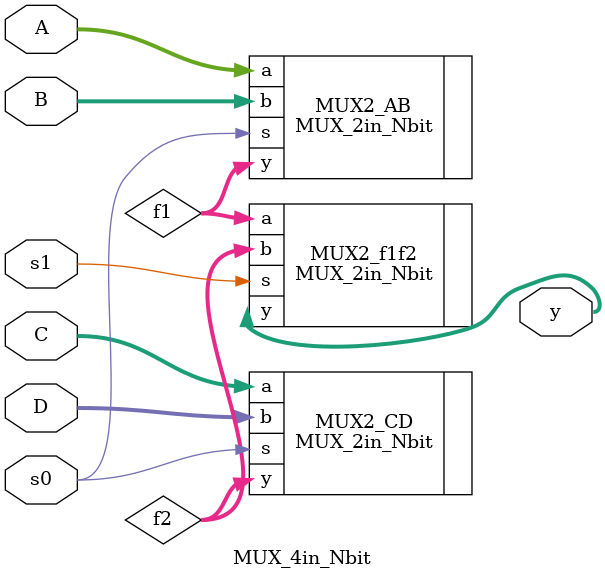
<source format=v>

module MUX_4in_Nbit #(parameter N = 4)(A,B,C,D,s1, s0 , y);

input [N-1:0]A,B,C,D;
input s0, s1;

output [N-1:0]y;

wire [N-1:0]f1,f2;

 MUX_2in_Nbit  #(.N(N)) MUX2_AB (.a(A),
			.b(B),
			.s(s0),
			.y(f1));



 MUX_2in_Nbit  #(.N(N)) MUX2_CD(.a(C),
			.b(D),
			.s(s0),
			.y(f2));



 MUX_2in_Nbit  #(.N()) MUX2_f1f2 (.a(f1),
			.b(f2),
			.s(s1),
			.y(y));


endmodule 
</source>
